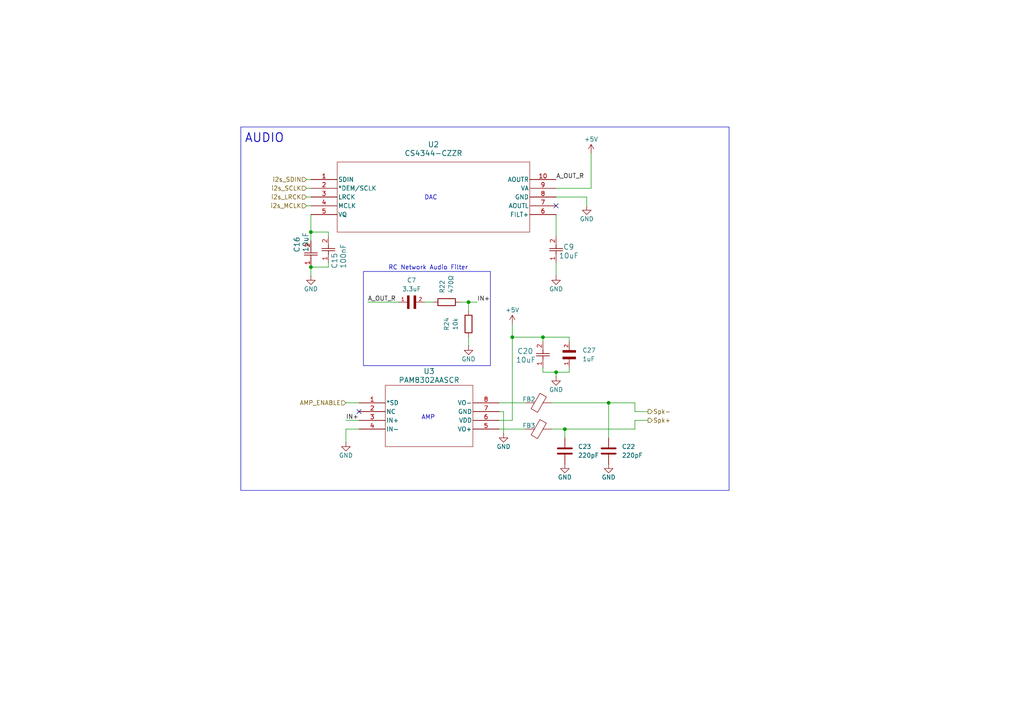
<source format=kicad_sch>
(kicad_sch (version 20250114) (generator "eeschema") (generator_version "9.0")
  (paper "A4")
  (title_block (title "GarBox") (date "2025-08-07") (rev "1"))
  (lib_symbols
    (symbol "CL05B104KO5NNNC:CL05B104KO5NNNC" (pin_names (offset 0.254))
      (property "Reference" "C" (at 3.81 3.81 0))
      (property "Value" "CL05B104KO5NNNC" (at 3.81 -3.81 0))
      (symbol "CL05B104KO5NNNC_1_1"
        (polyline (pts (xy 2.54 0) (xy 3.4798 0)) (stroke (width 0.2032)))
        (polyline (pts (xy 3.4798 -1.905) (xy 3.4798 1.905)) (stroke (width 0.2032)))
        (polyline (pts (xy 4.1148 0) (xy 5.08 0)) (stroke (width 0.2032)))
        (polyline (pts (xy 4.1148 -1.905) (xy 4.1148 1.905)) (stroke (width 0.2032)))
        (pin unspecified line (at 0 0 0) (length 2.54) (name "") (number "1"))
        (pin unspecified line (at 7.62 0 180) (length 2.54) (name "") (number "2"))
      )
      (symbol "CL05B104KO5NNNC_1_2"
        (polyline (pts (xy -1.905 -3.4798) (xy 1.905 -3.4798)) (stroke (width 0.2032)))
        (polyline (pts (xy -1.905 -4.1148) (xy 1.905 -4.1148)) (stroke (width 0.2032)))
        (polyline (pts (xy 0 -2.54) (xy 0 -3.4798)) (stroke (width 0.2032)))
        (polyline (pts (xy 0 -4.1148) (xy 0 -5.08)) (stroke (width 0.2032)))
        (pin unspecified line (at 0 0 270) (length 2.54) (name "") (number "1"))
        (pin unspecified line (at 0 -7.62 90) (length 2.54) (name "") (number "2"))
      )
    )
    (symbol "CL10A335KP8NNNC:CL10A335KP8NNNC" (pin_names (offset 1.016))
      (property "Reference" "C" (at 0 3.8109 0))
      (property "Value" "CL10A335KP8NNNC" (at 0 -5.0885 0))
      (symbol "CL10A335KP8NNNC_0_0"
        (rectangle (start 0 -1.9069) (end 0.635 1.905) (stroke (width 0.1)) (fill (type outline)))
        (rectangle (start 1.9069 -1.9069) (end 2.54 1.905) (stroke (width 0.1)) (fill (type outline)))
        (pin passive line (at -2.54 0 0) (length 2.54) (name "~") (number "1"))
        (pin passive line (at 5.08 0 180) (length 2.54) (name "~") (number "2"))
      )
    )
    (symbol "CL31A106KBHNNNE:CL31A106KBHNNNE" (pin_names (offset 0.254))
      (property "Reference" "C" (at 3.81 3.81 0))
      (property "Value" "CL31A106KBHNNNE" (at 3.81 -3.81 0))
      (symbol "CL31A106KBHNNNE_1_1"
        (polyline (pts (xy 2.54 0) (xy 3.4798 0)) (stroke (width 0.2032)))
        (polyline (pts (xy 3.4798 -1.905) (xy 3.4798 1.905)) (stroke (width 0.2032)))
        (polyline (pts (xy 4.1148 0) (xy 5.08 0)) (stroke (width 0.2032)))
        (polyline (pts (xy 4.1148 -1.905) (xy 4.1148 1.905)) (stroke (width 0.2032)))
        (pin unspecified line (at 0 0 0) (length 2.54) (name "") (number "1"))
        (pin unspecified line (at 7.62 0 180) (length 2.54) (name "") (number "2"))
      )
      (symbol "CL31A106KBHNNNE_1_2"
        (polyline (pts (xy -1.905 -3.4798) (xy 1.905 -3.4798)) (stroke (width 0.2032)))
        (polyline (pts (xy -1.905 -4.1148) (xy 1.905 -4.1148)) (stroke (width 0.2032)))
        (polyline (pts (xy 0 -2.54) (xy 0 -3.4798)) (stroke (width 0.2032)))
        (polyline (pts (xy 0 -4.1148) (xy 0 -5.08)) (stroke (width 0.2032)))
        (pin unspecified line (at 0 0 270) (length 2.54) (name "") (number "1"))
        (pin unspecified line (at 0 -7.62 90) (length 2.54) (name "") (number "2"))
      )
    )
    (symbol "CL31B105KBHNNNE:CL31B105KBHNNNE" (pin_names (offset 1.016))
      (property "Reference" "C" (at 0 3.8109 0))
      (property "Value" "CL31B105KBHNNNE" (at 0 -5.0885 0))
      (symbol "CL31B105KBHNNNE_0_0"
        (rectangle (start 0 -1.9069) (end 0.635 1.905) (stroke (width 0.1)) (fill (type outline)))
        (rectangle (start 1.9069 -1.9069) (end 2.54 1.905) (stroke (width 0.1)) (fill (type outline)))
        (pin passive line (at -2.54 0 0) (length 2.54) (name "~") (number "1"))
        (pin passive line (at 5.08 0 180) (length 2.54) (name "~") (number "2"))
      )
    )
    (symbol "CS4344_CZZR:CS4344-CZZR" (pin_names (offset 0.254))
      (property "Reference" "U" (at 35.56 10.16 0))
      (property "Value" "CS4344-CZZR" (at 35.56 7.62 0))
      (symbol "CS4344-CZZR_0_1"
        (polyline (pts (xy 7.62 5.08) (xy 7.62 -15.24)) (stroke (width 0.127)))
        (polyline (pts (xy 7.62 -15.24) (xy 63.5 -15.24)) (stroke (width 0.127)))
        (polyline (pts (xy 63.5 5.08) (xy 7.62 5.08)) (stroke (width 0.127)))
        (polyline (pts (xy 63.5 -15.24) (xy 63.5 5.08)) (stroke (width 0.127)))
        (pin input line (at 0 0 0) (length 7.62) (name "SDIN") (number "1"))
        (pin input line (at 0 -2.54 0) (length 7.62) (name "*DEM/SCLK") (number "2"))
        (pin input line (at 0 -5.08 0) (length 7.62) (name "LRCK") (number "3"))
        (pin input line (at 0 -7.62 0) (length 7.62) (name "MCLK") (number "4"))
        (pin output line (at 0 -10.16 0) (length 7.62) (name "VQ") (number "5"))
        (pin output line (at 71.12 0 180) (length 7.62) (name "AOUTR") (number "10"))
        (pin power_in line (at 71.12 -2.54 180) (length 7.62) (name "VA") (number "9"))
        (pin power_in line (at 71.12 -5.08 180) (length 7.62) (name "GND") (number "8"))
        (pin output line (at 71.12 -7.62 180) (length 7.62) (name "AOUTL") (number "7"))
        (pin output line (at 71.12 -10.16 180) (length 7.62) (name "FILT+") (number "6"))
      )
    )
    (symbol "Device:C" (pin_numbers (hide yes)) (pin_names (offset 0.254))
      (property "Reference" "C" (at 0.635 2.54 0))
      (property "Value" "C" (at 0.635 -2.54 0))
      (symbol "C_0_1"
        (polyline (pts (xy -2.032 0.762) (xy 2.032 0.762)) (stroke (width 0.508)))
        (polyline (pts (xy -2.032 -0.762) (xy 2.032 -0.762)) (stroke (width 0.508)))
      )
      (symbol "C_1_1"
        (pin passive line (at 0 3.81 270) (length 2.794) (name "~") (number "1"))
        (pin passive line (at 0 -3.81 90) (length 2.794) (name "~") (number "2"))
      )
    )
    (symbol "Device:FerriteBead" (pin_numbers (hide yes)) (pin_names (offset 0))
      (property "Reference" "FB" (at -3.81 0.635 90))
      (property "Value" "FerriteBead" (at 3.81 0 90))
      (symbol "FerriteBead_0_1"
        (polyline (pts (xy -2.7686 0.4064) (xy -1.7018 2.2606) (xy 2.7686 -0.3048) (xy 1.6764 -2.159) (xy -2.7686 0.4064)))
        (polyline (pts (xy 0 1.27) (xy 0 1.2954)))
        (polyline (pts (xy 0 -1.27) (xy 0 -1.2192)))
      )
      (symbol "FerriteBead_1_1"
        (pin passive line (at 0 3.81 270) (length 2.54) (name "~") (number "1"))
        (pin passive line (at 0 -3.81 90) (length 2.54) (name "~") (number "2"))
      )
    )
    (symbol "Device:R" (pin_numbers (hide yes)) (pin_names (offset 0))
      (property "Reference" "R" (at 2.032 0 90))
      (property "Value" "R" (at 0 0 90))
      (symbol "R_0_1"
        (rectangle (start -1.016 -2.54) (end 1.016 2.54) (stroke (width 0.254)))
      )
      (symbol "R_1_1"
        (pin passive line (at 0 3.81 270) (length 1.27) (name "~") (number "1"))
        (pin passive line (at 0 -3.81 90) (length 1.27) (name "~") (number "2"))
      )
    )
    (symbol "PAM8302AASCR:PAM8302AASCR" (pin_names (offset 0.254))
      (property "Reference" "U" (at 20.32 10.16 0))
      (property "Value" "PAM8302AASCR" (at 20.32 7.62 0))
      (symbol "PAM8302AASCR_0_1"
        (polyline (pts (xy 7.62 5.08) (xy 7.62 -12.7)) (stroke (width 0.127)))
        (polyline (pts (xy 7.62 -12.7) (xy 33.02 -12.7)) (stroke (width 0.127)))
        (polyline (pts (xy 33.02 5.08) (xy 7.62 5.08)) (stroke (width 0.127)))
        (polyline (pts (xy 33.02 -12.7) (xy 33.02 5.08)) (stroke (width 0.127)))
        (pin unspecified line (at 0 0 0) (length 7.62) (name "*SD") (number "1"))
        (pin unspecified line (at 0 -2.54 0) (length 7.62) (name "NC") (number "2"))
        (pin unspecified line (at 0 -5.08 0) (length 7.62) (name "IN+") (number "3"))
        (pin unspecified line (at 0 -7.62 0) (length 7.62) (name "IN-") (number "4"))
        (pin unspecified line (at 40.64 0 180) (length 7.62) (name "VO-") (number "8"))
        (pin unspecified line (at 40.64 -2.54 180) (length 7.62) (name "GND") (number "7"))
        (pin unspecified line (at 40.64 -5.08 180) (length 7.62) (name "VDD") (number "6"))
        (pin unspecified line (at 40.64 -7.62 180) (length 7.62) (name "VO+") (number "5"))
      )
    )
    (symbol "power:+5V" (power) (pin_numbers (hide yes)) (pin_names (offset 0) (hide yes))
      (property "Value" "+5V" (at 0 3.556 0))
      (symbol "+5V_0_1"
        (polyline (pts (xy -0.762 1.27) (xy 0 2.54)))
        (polyline (pts (xy 0 2.54) (xy 0.762 1.27)))
        (polyline (pts (xy 0 0) (xy 0 2.54)))
      )
      (symbol "+5V_1_1"
        (pin power_in line (at 0 0 90) (length 0) (name "~") (number "1"))
      )
    )
    (symbol "power:GND" (power) (pin_numbers (hide yes)) (pin_names (offset 0) (hide yes))
      (property "Value" "GND" (at 0 -3.81 0))
      (symbol "GND_0_1"
        (polyline (pts (xy 0 0) (xy 0 -1.27) (xy 1.27 -1.27) (xy 0 -2.54) (xy -1.27 -1.27) (xy 0 -1.27)))
      )
      (symbol "GND_1_1"
        (pin power_in line (at 0 0 270) (length 0) (name "~") (number "1"))
      )
    )
  )
  (rectangle (start 69.85 36.83) (end 211.455 142.24))
  (rectangle (start 105.41 78.74) (end 142.24 106.045))
  (text "AUDIO" (at 76.708 40.132 0) (effects (font (size 2.54 2.54) (thickness 0.254) (bold yes))))
  (text "AMP" (at 124.206 121.158 0) (effects (font (size 1.27 1.27))))
  (text "DAC" (at 124.968 57.404 0) (effects (font (size 1.27 1.27))))
  (text "RC Network Audio Filter" (at 124.206 77.724 0) (effects (font (size 1.27 1.27))))
  (junction (at 161.29 107.95))
  (junction (at 135.89 87.63))
  (junction (at 163.83 124.46))
  (junction (at 157.48 97.79))
  (junction (at 148.59 97.79))
  (junction (at 90.17 67.31))
  (junction (at 90.17 77.47))
  (junction (at 176.53 116.84))
  (no_connect (at 104.14 119.38))
  (no_connect (at 161.29 59.69))
  (wire (pts (xy 165.1 97.79) (xy 165.1 99.06)))
  (wire (pts (xy 161.29 107.95) (xy 165.1 107.95)))
  (wire (pts (xy 88.9 54.61) (xy 90.17 54.61)))
  (wire (pts (xy 160.02 116.84) (xy 176.53 116.84)))
  (wire (pts (xy 184.15 116.84) (xy 176.53 116.84)))
  (wire (pts (xy 88.9 57.15) (xy 90.17 57.15)))
  (wire (pts (xy 184.15 119.38) (xy 187.96 119.38)))
  (wire (pts (xy 95.25 77.47) (xy 90.17 77.47)))
  (wire (pts (xy 90.17 67.31) (xy 95.25 67.31)))
  (wire (pts (xy 135.89 90.17) (xy 135.89 87.63)))
  (wire (pts (xy 170.18 57.15) (xy 170.18 59.69)))
  (wire (pts (xy 171.45 54.61) (xy 161.29 54.61)))
  (wire (pts (xy 144.78 124.46) (xy 152.4 124.46)))
  (wire (pts (xy 106.68 87.63) (xy 115.57 87.63)))
  (wire (pts (xy 148.59 97.79) (xy 148.59 121.92)))
  (wire (pts (xy 88.9 52.07) (xy 90.17 52.07)))
  (wire (pts (xy 184.15 124.46) (xy 163.83 124.46)))
  (wire (pts (xy 171.45 44.45) (xy 171.45 54.61)))
  (wire (pts (xy 148.59 97.79) (xy 148.59 93.98)))
  (wire (pts (xy 176.53 127) (xy 176.53 116.84)))
  (wire (pts (xy 161.29 57.15) (xy 170.18 57.15)))
  (wire (pts (xy 135.89 87.63) (xy 138.43 87.63)))
  (wire (pts (xy 161.29 109.22) (xy 161.29 107.95)))
  (wire (pts (xy 95.25 76.2) (xy 95.25 77.47)))
  (wire (pts (xy 148.59 97.79) (xy 157.48 97.79)))
  (wire (pts (xy 163.83 124.46) (xy 163.83 127)))
  (wire (pts (xy 133.35 87.63) (xy 135.89 87.63)))
  (wire (pts (xy 90.17 77.47) (xy 90.17 80.01)))
  (wire (pts (xy 90.17 62.23) (xy 90.17 67.31)))
  (wire (pts (xy 100.33 121.92) (xy 104.14 121.92)))
  (wire (pts (xy 157.48 97.79) (xy 165.1 97.79)))
  (wire (pts (xy 187.96 121.92) (xy 184.15 121.92)))
  (wire (pts (xy 157.48 97.79) (xy 157.48 99.06)))
  (wire (pts (xy 125.73 87.63) (xy 123.19 87.63)))
  (wire (pts (xy 157.48 107.95) (xy 157.48 106.68)))
  (wire (pts (xy 144.78 116.84) (xy 152.4 116.84)))
  (wire (pts (xy 184.15 116.84) (xy 184.15 119.38)))
  (wire (pts (xy 135.89 100.33) (xy 135.89 97.79)))
  (wire (pts (xy 95.25 67.31) (xy 95.25 68.58)))
  (wire (pts (xy 161.29 76.2) (xy 161.29 80.01)))
  (wire (pts (xy 161.29 107.95) (xy 157.48 107.95)))
  (wire (pts (xy 90.17 67.31) (xy 90.17 69.85)))
  (wire (pts (xy 100.33 116.84) (xy 104.14 116.84)))
  (wire (pts (xy 100.33 124.46) (xy 104.14 124.46)))
  (wire (pts (xy 184.15 121.92) (xy 184.15 124.46)))
  (wire (pts (xy 146.05 119.38) (xy 144.78 119.38)))
  (wire (pts (xy 88.9 59.69) (xy 90.17 59.69)))
  (wire (pts (xy 100.33 128.27) (xy 100.33 124.46)))
  (wire (pts (xy 161.29 62.23) (xy 161.29 68.58)))
  (wire (pts (xy 163.83 124.46) (xy 160.02 124.46)))
  (wire (pts (xy 146.05 125.73) (xy 146.05 119.38)))
  (wire (pts (xy 165.1 106.68) (xy 165.1 107.95)))
  (wire (pts (xy 144.78 121.92) (xy 148.59 121.92)))
  (label "IN+" (at 100.33 121.92 0))
  (label "A_OUT_R" (at 106.68 87.63 0))
  (label "IN+" (at 138.43 87.63 0))
  (label "A_OUT_R" (at 161.29 52.07 0))
  (hierarchical_label "i2s_SDIN" (shape input) (at 88.9 52.07 180))
  (hierarchical_label "AMP_ENABLE" (shape input) (at 100.33 116.84 180))
  (hierarchical_label "Spk+" (shape output) (at 187.96 121.92 0))
  (hierarchical_label "Spk-" (shape output) (at 187.96 119.38 0))
  (hierarchical_label "i2s_LRCK" (shape input) (at 88.9 57.15 180))
  (hierarchical_label "i2s_MCLK" (shape input) (at 88.9 59.69 180))
  (hierarchical_label "i2s_SCLK" (shape input) (at 88.9 54.61 180))
  (symbol (lib_id "power:+5V") (at 148.59 93.98 0) (unit 1)
    (property "Reference" "#PWR042" (effects (hide yes)))
    (property "Value" "+5V" (at 148.59 89.916 0))
    (property "Description" "Power symbol creates a global label with name \"+5V\"" (effects (hide yes)))
  )
  (symbol (lib_id "Device:C") (at 163.83 130.81 0) (unit 1)
    (property "Reference" "C23" (at 167.64 129.5399 0) (effects (justify left)))
    (property "Value" "220pF" (at 167.64 132.0799 0) (effects (justify left)))
    (property "Footprint" "Capacitor_SMD:C_0201_0603Metric" (effects (hide yes)))
    (property "Description" "CL10B221KB8NNNC" (effects (hide yes)))
  )
  (symbol (lib_id "CL31B105KBHNNNE:CL31B105KBHNNNE") (at 165.1 104.14 90) (unit 1)
    (property "Reference" "C27" (at 168.91 101.5999 90) (effects (justify right)))
    (property "Value" "1uF" (at 168.91 104.1399 90) (effects (justify right)))
    (property "Footprint" "CL31B105KBHNNNE:CAPC3216X180N" (effects (hide yes)))
    (property "Description" "CL31B105KBHNNNE" (effects (hide yes)))
    (property "E_max" "1.8" (effects (hide yes)))
    (property "L_max" "0.8" (effects (hide yes)))
    (property "A_max" "1.8" (effects (hide yes)))
    (property "L1_nom" "0.5" (effects (hide yes)))
    (property "D_max" "3.4" (effects (hide yes)))
    (property "A_nom" "1.8" (effects (hide yes)))
    (property "L1_max" "0.8" (effects (hide yes)))
    (property "L1_min" "0.2" (effects (hide yes)))
    (property "A_min" "1.8" (effects (hide yes)))
    (property "E_min" "1.4" (effects (hide yes)))
    (property "D_min" "3.0" (effects (hide yes)))
    (property "D_nom" "3.2" (effects (hide yes)))
    (property "E_nom" "1.6" (effects (hide yes)))
    (property "STANDARD" "IPC 7351B" (effects (hide yes)))
    (property "L_min" "0.2" (effects (hide yes)))
    (property "L_nom" "0.5" (effects (hide yes)))
    (property "MANUFACTURER" "Samsung Electro-Mechanics" (effects (hide yes)))
  )
  (symbol (lib_id "power:GND") (at 176.53 134.62 0) (unit 1)
    (property "Reference" "#PWR043" (effects (hide yes)))
    (property "Value" "GND" (at 176.53 138.43 0))
    (property "Description" "Power symbol creates a global label with name \"GND\" , ground" (effects (hide yes)))
  )
  (symbol (lib_id "Device:C") (at 176.53 130.81 0) (unit 1)
    (property "Reference" "C22" (at 180.34 129.5399 0) (effects (justify left)))
    (property "Value" "220pF" (at 180.34 132.0799 0) (effects (justify left)))
    (property "Footprint" "Capacitor_SMD:C_0201_0603Metric" (effects (hide yes)))
    (property "Description" "CL10B221KB8NNNC" (effects (hide yes)))
  )
  (symbol (lib_id "Device:FerriteBead") (at 156.21 124.46 270) (unit 1)
    (property "Reference" "FB3" (at 153.416 123.444 90))
    (property "Value" "GZ1608D601TF" (effects (hide yes)))
    (property "Footprint" "Inductor_SMD:L_Sunlord_MWSA0603S" (effects (hide yes)))
    (property "Description" "Ferrite bead" (effects (hide yes)))
  )
  (symbol (lib_id "CS4344_CZZR:CS4344-CZZR") (at 90.17 52.07 0) (unit 1)
    (property "Reference" "U2" (at 125.73 41.91 0) (effects (font (size 1.524 1.524))))
    (property "Value" "CS4344-CZZR" (at 125.73 44.45 0) (effects (font (size 1.524 1.524))))
    (property "Footprint" "CS4344_CZZR:CIR_3TSSOP-10" (effects (hide yes)))
    (property "Datasheet" "https://d3uzseaevmutz1.cloudfront.net/pubs/proDatasheet/CS4344-45-48_F2.pdf" (effects (hide yes)))
    (property "Description" "DAC" (effects (hide yes)))
  )
  (symbol (lib_id "power:GND") (at 146.05 125.73 0) (unit 1)
    (property "Reference" "#PWR045" (effects (hide yes)))
    (property "Value" "GND" (at 146.05 129.54 0))
    (property "Description" "Power symbol creates a global label with name \"GND\" , ground" (effects (hide yes)))
  )
  (symbol (lib_id "CL31A106KBHNNNE:CL31A106KBHNNNE") (at 90.17 77.47 270) (mirror x) (unit 1)
    (property "Reference" "C16" (at 86.106 68.58 0) (effects (font (size 1.524 1.524)) (justify right)))
    (property "Value" "10uF" (at 88.646 67.31 0) (effects (font (size 1.524 1.524)) (justify right)))
    (property "Footprint" "Capacitor_SMD:C_0201_0603Metric" (effects (hide yes)))
    (property "Datasheet" "CL31A106KBHNNNE" (effects (hide yes)))
    (property "Description" "CL31A106KBHNNNE" (effects (hide yes)))
  )
  (symbol (lib_id "power:GND") (at 163.83 134.62 0) (unit 1)
    (property "Reference" "#PWR044" (effects (hide yes)))
    (property "Value" "GND" (at 163.83 138.43 0))
    (property "Description" "Power symbol creates a global label with name \"GND\" , ground" (effects (hide yes)))
  )
  (symbol (lib_id "Device:FerriteBead") (at 156.21 116.84 270) (unit 1)
    (property "Reference" "FB2" (at 153.416 115.824 90))
    (property "Value" "GZ1608D601TF" (effects (hide yes)))
    (property "Footprint" "Inductor_SMD:L_Sunlord_MWSA0603S" (effects (hide yes)))
    (property "Description" "Ferrite bead" (effects (hide yes)))
  )
  (symbol (lib_id "CL31A106KBHNNNE:CL31A106KBHNNNE") (at 157.48 106.68 270) (mirror x) (unit 1)
    (property "Reference" "C20" (at 154.686 101.854 90) (effects (font (size 1.524 1.524)) (justify right)))
    (property "Value" "10uF" (at 155.448 104.394 90) (effects (font (size 1.524 1.524)) (justify right)))
    (property "Footprint" "CL31A106KBHNNNE:CAP_CL31_SAM" (effects (hide yes)))
    (property "Datasheet" "CL31A106KBHNNNE" (effects (hide yes)))
    (property "Description" "CL31A106KBHNNNE" (effects (hide yes)))
  )
  (symbol (lib_id "Device:R") (at 129.54 87.63 90) (unit 1)
    (property "Reference" "R22" (at 128.2699 85.09 0) (effects (justify left)))
    (property "Value" "470Ω" (at 130.8099 85.09 0) (effects (justify left)))
    (property "Footprint" "Resistor_SMD:R_0603_1608Metric" (effects (hide yes)))
    (property "Datasheet" "https://jlcpcb.com/partdetail/23906-0603WAF4700T5E/C23179" (effects (hide yes)))
    (property "Description" "0603WAF4700T5E" (effects (hide yes)))
  )
  (symbol (lib_id "CL10A335KP8NNNC:CL10A335KP8NNNC") (at 118.11 87.63 0) (unit 1)
    (property "Reference" "C7" (at 119.38 81.28 0))
    (property "Value" "3.3uF" (at 119.38 83.82 0))
    (property "Footprint" "CL10A335KP8NNNC:CAPC1608X90N" (effects (hide yes)))
    (property "Description" "CL10A335KP8NNNC" (effects (hide yes)))
    (property "E_max" "0.9" (effects (hide yes)))
    (property "L_max" "0.5" (effects (hide yes)))
    (property "A_max" "0.9" (effects (hide yes)))
    (property "L1_nom" "0.3" (effects (hide yes)))
    (property "D_max" "1.7" (effects (hide yes)))
    (property "A_nom" "0.9" (effects (hide yes)))
    (property "L1_max" "0.5" (effects (hide yes)))
    (property "L1_min" "0.1" (effects (hide yes)))
    (property "A_min" "0.9" (effects (hide yes)))
    (property "E_min" "0.7" (effects (hide yes)))
    (property "D_min" "1.5" (effects (hide yes)))
    (property "D_nom" "1.6" (effects (hide yes)))
    (property "E_nom" "0.8" (effects (hide yes)))
    (property "STANDARD" "IPC 7351B" (effects (hide yes)))
    (property "L_min" "0.1" (effects (hide yes)))
    (property "L_nom" "0.3" (effects (hide yes)))
    (property "MANUFACTURER" "Samsung Electro-Mechanics" (effects (hide yes)))
  )
  (symbol (lib_id "power:GND") (at 170.18 59.69 0) (unit 1)
    (property "Reference" "#PWR025" (effects (hide yes)))
    (property "Value" "GND" (at 170.18 63.5 0))
    (property "Description" "Power symbol creates a global label with name \"GND\" , ground" (effects (hide yes)))
  )
  (symbol (lib_id "CL05B104KO5NNNC:CL05B104KO5NNNC") (at 95.25 76.2 90) (unit 1)
    (property "Reference" "C15" (at 97.028 77.978 0) (effects (font (size 1.524 1.524)) (justify left)))
    (property "Value" "100nF" (at 99.568 77.978 0) (effects (font (size 1.524 1.524)) (justify left)))
    (property "Footprint" "CL05B224KO5NNNC:CAPC1005X55N" (effects (hide yes)))
    (property "Datasheet" "CL05B104KO5NNNC" (effects (hide yes)))
    (property "Description" "CL05B104KO5NNNC" (effects (hide yes)))
  )
  (symbol (lib_id "power:GND") (at 90.17 80.01 0) (unit 1)
    (property "Reference" "#PWR040" (effects (hide yes)))
    (property "Value" "GND" (at 90.17 83.82 0))
    (property "Description" "Power symbol creates a global label with name \"GND\" , ground" (effects (hide yes)))
  )
  (symbol (lib_id "Device:R") (at 135.89 93.98 0) (unit 1)
    (property "Reference" "R24" (at 129.54 93.98 90))
    (property "Value" "10k" (at 132.08 93.98 90))
    (property "Footprint" "Resistor_SMD:R_0201_0603Metric" (effects (hide yes)))
    (property "Description" "0603WAF1002T5E" (effects (hide yes)))
  )
  (symbol (lib_id "power:GND") (at 100.33 128.27 0) (unit 1)
    (property "Reference" "#PWR048" (effects (hide yes)))
    (property "Value" "GND" (at 100.33 132.08 0))
    (property "Description" "Power symbol creates a global label with name \"GND\" , ground" (effects (hide yes)))
  )
  (symbol (lib_id "power:GND") (at 161.29 109.22 0) (unit 1)
    (property "Reference" "#PWR047" (effects (hide yes)))
    (property "Value" "GND" (at 161.29 113.03 0))
    (property "Description" "Power symbol creates a global label with name \"GND\" , ground" (effects (hide yes)))
  )
  (symbol (lib_id "power:GND") (at 135.89 100.33 0) (unit 1)
    (property "Reference" "#PWR046" (effects (hide yes)))
    (property "Value" "GND" (at 135.89 104.14 0))
    (property "Description" "Power symbol creates a global label with name \"GND\" , ground" (effects (hide yes)))
  )
  (symbol (lib_id "PAM8302AASCR:PAM8302AASCR") (at 104.14 116.84 0) (unit 1)
    (property "Reference" "U3" (at 124.46 107.696 0) (effects (font (size 1.524 1.524))))
    (property "Value" "PAM8302AASCR" (at 124.46 110.236 0) (effects (font (size 1.524 1.524))))
    (property "Footprint" "PAM8302AASCR:PAM8302AASCR_DIO" (effects (hide yes)))
    (property "Datasheet" "https://www.diodes.com/assets/Datasheets/PAM8302A.pdf" (effects (hide yes)))
    (property "Description" "Audio Amplifier" (effects (hide yes)))
  )
  (symbol (lib_id "power:+5V") (at 171.45 44.45 0) (unit 1)
    (property "Reference" "#PWR024" (effects (hide yes)))
    (property "Value" "+5V" (at 171.45 40.386 0))
    (property "Description" "Power symbol creates a global label with name \"+5V\"" (effects (hide yes)))
  )
  (symbol (lib_id "power:GND") (at 161.29 80.01 0) (unit 1)
    (property "Reference" "#PWR041" (effects (hide yes)))
    (property "Value" "GND" (at 161.29 83.82 0))
    (property "Description" "Power symbol creates a global label with name \"GND\" , ground" (effects (hide yes)))
  )
  (symbol (lib_id "CL31A106KBHNNNE:CL31A106KBHNNNE") (at 161.29 76.2 90) (unit 1)
    (property "Reference" "C9" (at 163.322 71.628 90) (effects (font (size 1.524 1.524)) (justify right)))
    (property "Value" "10uF" (at 162.052 74.168 90) (effects (font (size 1.524 1.524)) (justify right)))
    (property "Footprint" "CL31A106KBHNNNE:CAP_CL31_SAM" (effects (hide yes)))
    (property "Datasheet" "CL31A106KBHNNNE" (effects (hide yes)))
    (property "Description" "CL31A106KBHNNNE" (effects (hide yes)))
  )
)
</source>
